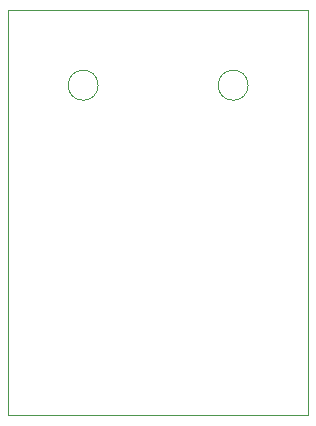
<source format=gbr>
%TF.GenerationSoftware,KiCad,Pcbnew,7.0.8*%
%TF.CreationDate,2023-11-19T21:35:35-05:00*%
%TF.ProjectId,Light Pcb,4c696768-7420-4506-9362-2e6b69636164,rev?*%
%TF.SameCoordinates,Original*%
%TF.FileFunction,Profile,NP*%
%FSLAX46Y46*%
G04 Gerber Fmt 4.6, Leading zero omitted, Abs format (unit mm)*
G04 Created by KiCad (PCBNEW 7.0.8) date 2023-11-19 21:35:35*
%MOMM*%
%LPD*%
G01*
G04 APERTURE LIST*
%TA.AperFunction,Profile*%
%ADD10C,0.100000*%
%TD*%
G04 APERTURE END LIST*
D10*
X109220000Y-53340000D02*
G75*
G03*
X109220000Y-53340000I-1270000J0D01*
G01*
X96520000Y-53340000D02*
G75*
G03*
X96520000Y-53340000I-1270000J0D01*
G01*
X88900000Y-46990000D02*
X114300000Y-46990000D01*
X114300000Y-81280000D01*
X88900000Y-81280000D01*
X88900000Y-46990000D01*
M02*

</source>
